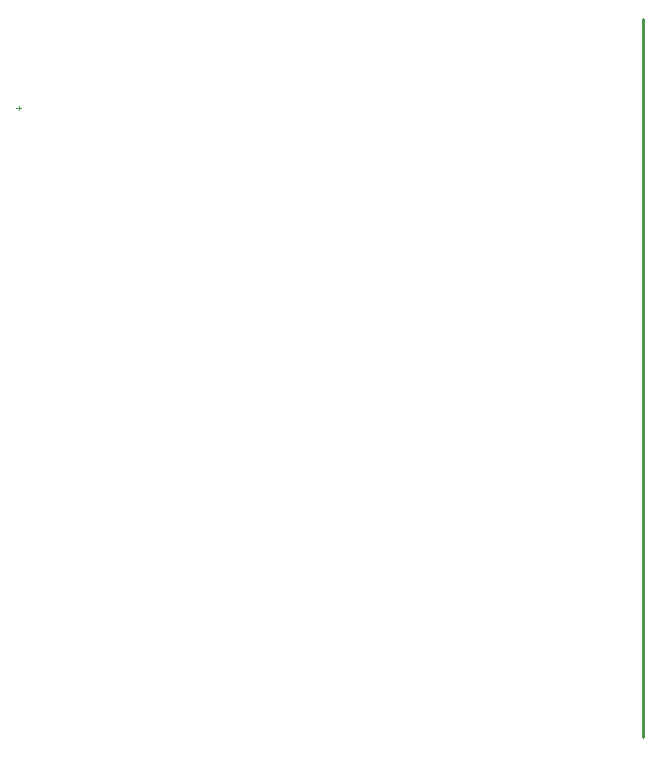
<source format=gm1>
G04*
G04 #@! TF.GenerationSoftware,Altium Limited,Altium Designer,20.2.6 (244)*
G04*
G04 Layer_Color=16711935*
%FSLAX43Y43*%
%MOMM*%
G71*
G04*
G04 #@! TF.SameCoordinates,26D22392-77BC-4279-9484-9B9EAB7B2405*
G04*
G04*
G04 #@! TF.FilePolarity,Positive*
G04*
G01*
G75*
%ADD11C,0.254*%
%ADD13C,0.100*%
D11*
X77800Y11400D02*
Y72200D01*
D13*
X24900Y64500D02*
Y64900D01*
X24700Y64700D02*
X25100D01*
M02*

</source>
